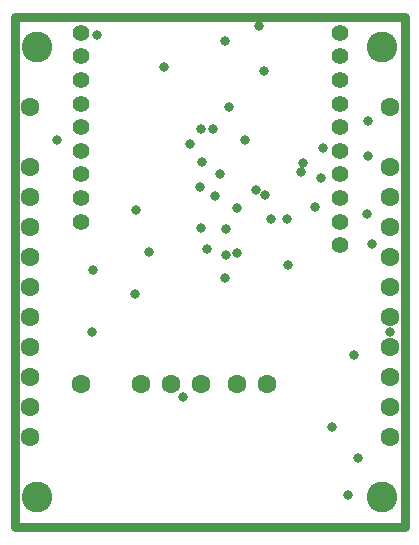
<source format=gbr>
G04 Layer_Physical_Order=3*
G04 Layer_Color=32768*
%FSLAX44Y44*%
%MOMM*%
G71*
G01*
G75*
%ADD28C,0.8000*%
%ADD29C,1.6000*%
%ADD30C,2.6000*%
%ADD31C,1.4000*%
%ADD32C,0.8000*%
D28*
X-12750Y-76250D02*
Y355500D01*
X317500D01*
Y-76250D02*
Y355500D01*
X-12750Y-76250D02*
X317500D01*
D29*
X145050Y44750D02*
D03*
X119650D02*
D03*
X94250D02*
D03*
X43450D02*
D03*
X-0Y279450D02*
D03*
Y228650D02*
D03*
Y203250D02*
D03*
Y177850D02*
D03*
Y152450D02*
D03*
Y127050D02*
D03*
Y101650D02*
D03*
Y76250D02*
D03*
Y50850D02*
D03*
Y25450D02*
D03*
Y50D02*
D03*
X304800Y279450D02*
D03*
Y228650D02*
D03*
Y203250D02*
D03*
Y177850D02*
D03*
Y152450D02*
D03*
Y127050D02*
D03*
Y101650D02*
D03*
Y76250D02*
D03*
Y50850D02*
D03*
Y25450D02*
D03*
Y50D02*
D03*
X201200Y44750D02*
D03*
X175800D02*
D03*
D30*
X6350Y-50750D02*
D03*
X298196D02*
D03*
X6350Y330250D02*
D03*
X298450D02*
D03*
D31*
X263000Y342500D02*
D03*
Y322500D02*
D03*
Y302500D02*
D03*
Y282500D02*
D03*
Y262500D02*
D03*
Y242500D02*
D03*
Y222500D02*
D03*
Y202500D02*
D03*
Y182500D02*
D03*
Y162500D02*
D03*
X43000Y182500D02*
D03*
Y202500D02*
D03*
Y222500D02*
D03*
Y242500D02*
D03*
Y262500D02*
D03*
Y282500D02*
D03*
Y302500D02*
D03*
Y322500D02*
D03*
Y342500D02*
D03*
D32*
X277500Y-17500D02*
D03*
X53000Y88750D02*
D03*
X53750Y141250D02*
D03*
X175250Y156000D02*
D03*
X165750Y154480D02*
D03*
X286250Y238250D02*
D03*
X182000Y251500D02*
D03*
X144507Y211510D02*
D03*
X285500Y189250D02*
D03*
X289750Y163250D02*
D03*
X218832Y145506D02*
D03*
X191346Y209006D02*
D03*
X129878Y33746D02*
D03*
X145880Y233136D02*
D03*
X175598Y194020D02*
D03*
X274658Y69814D02*
D03*
X218016Y184876D02*
D03*
X100668Y156428D02*
D03*
X204554Y184622D02*
D03*
X165324Y134952D02*
D03*
X150198Y159730D02*
D03*
X193886Y348198D02*
D03*
X135494Y248080D02*
D03*
X198966Y204750D02*
D03*
X160866Y222468D02*
D03*
X231732Y232374D02*
D03*
X248162Y245074D02*
D03*
X56980Y340578D02*
D03*
X198204Y310098D02*
D03*
X144610Y261330D02*
D03*
X113314Y313146D02*
D03*
X304884Y89118D02*
D03*
X269832Y-48550D02*
D03*
X22774Y251424D02*
D03*
X168994Y279872D02*
D03*
X155532Y261330D02*
D03*
X166250Y176240D02*
D03*
X89746Y191988D02*
D03*
X144864Y176748D02*
D03*
X246718Y219166D02*
D03*
X164930Y335752D02*
D03*
X286596Y267934D02*
D03*
X229954Y224750D02*
D03*
X256116Y8346D02*
D03*
X89354Y121122D02*
D03*
X157056Y204434D02*
D03*
X241384Y194812D02*
D03*
M02*

</source>
